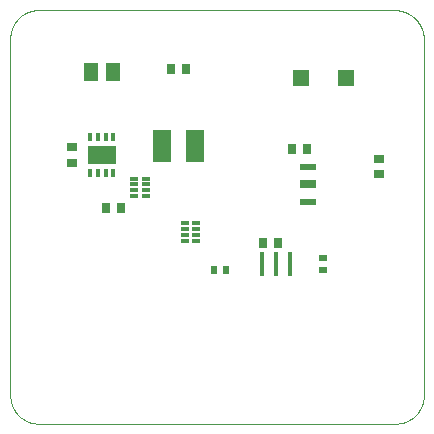
<source format=gbp>
G04 EAGLE Gerber RS-274X export*
G75*
%MOMM*%
%FSLAX35Y35*%
%LPD*%
%INsolder_paste_bottom*%
%IPPOS*%
%AMOC8*
5,1,8,0,0,1.08239X$1,22.5*%
G01*
%ADD10C,0.000000*%
%ADD11R,0.700000X0.900000*%
%ADD12R,0.900000X0.700000*%
%ADD13R,1.400000X1.400000*%
%ADD14R,2.400000X1.500000*%
%ADD15R,0.350000X0.650000*%
%ADD16R,1.600000X2.700000*%
%ADD17R,1.300000X1.500000*%
%ADD18R,0.400000X2.000000*%
%ADD19R,0.700000X0.600000*%
%ADD20R,0.600000X0.700000*%
%ADD21R,0.650000X0.300000*%
%ADD22R,1.400000X0.570000*%
%ADD23R,1.400000X0.650000*%


D10*
X250000Y0D02*
X3250000Y0D01*
X3500000Y225000D02*
X3500000Y3275000D01*
X3225000Y3500000D02*
X250000Y3500000D01*
X0Y3275000D02*
X0Y225000D01*
X0Y3275000D02*
X371Y3280735D01*
X881Y3286460D01*
X1529Y3292170D01*
X2315Y3297864D01*
X3238Y3303536D01*
X4298Y3309185D01*
X5494Y3314806D01*
X6826Y3320397D01*
X8292Y3325954D01*
X9892Y3331474D01*
X11626Y3336954D01*
X13491Y3342390D01*
X15487Y3347780D01*
X17612Y3353120D01*
X19866Y3358406D01*
X22247Y3363637D01*
X24754Y3368809D01*
X27385Y3373919D01*
X30138Y3378963D01*
X33013Y3383940D01*
X36007Y3388846D01*
X39119Y3393678D01*
X42347Y3398433D01*
X45688Y3403109D01*
X49142Y3407703D01*
X52706Y3412212D01*
X56377Y3416633D01*
X60154Y3420965D01*
X64035Y3425204D01*
X68018Y3429348D01*
X72099Y3433395D01*
X76276Y3437342D01*
X80548Y3441186D01*
X84912Y3444927D01*
X89365Y3448561D01*
X93904Y3452086D01*
X98527Y3455500D01*
X103231Y3458802D01*
X108014Y3461989D01*
X112872Y3465060D01*
X117803Y3468012D01*
X122804Y3470844D01*
X127872Y3473555D01*
X133003Y3476142D01*
X138196Y3478605D01*
X143447Y3480942D01*
X148753Y3483150D01*
X154111Y3485230D01*
X159517Y3487180D01*
X164969Y3488999D01*
X170463Y3490686D01*
X175997Y3492239D01*
X181566Y3493658D01*
X187168Y3494942D01*
X192799Y3496090D01*
X198457Y3497102D01*
X204137Y3497977D01*
X209837Y3498715D01*
X215553Y3499314D01*
X221281Y3499775D01*
X227020Y3500098D01*
X232764Y3500282D01*
X238511Y3500327D01*
X244257Y3500233D01*
X250000Y3500000D01*
X3225000Y3500000D02*
X3231143Y3500538D01*
X3237297Y3500926D01*
X3243459Y3501162D01*
X3249625Y3501247D01*
X3255791Y3501180D01*
X3261953Y3500962D01*
X3268109Y3500594D01*
X3274253Y3500074D01*
X3280383Y3499403D01*
X3286494Y3498582D01*
X3292584Y3497612D01*
X3298648Y3496492D01*
X3304682Y3495224D01*
X3310684Y3493808D01*
X3316649Y3492246D01*
X3322574Y3490537D01*
X3328455Y3488684D01*
X3334289Y3486686D01*
X3340072Y3484546D01*
X3345801Y3482265D01*
X3351472Y3479844D01*
X3357083Y3477285D01*
X3362628Y3474588D01*
X3368106Y3471757D01*
X3373512Y3468792D01*
X3378845Y3465694D01*
X3384099Y3462467D01*
X3389273Y3459113D01*
X3394363Y3455632D01*
X3399366Y3452027D01*
X3404279Y3448300D01*
X3409099Y3444454D01*
X3413823Y3440491D01*
X3418449Y3436414D01*
X3422973Y3432224D01*
X3427393Y3427924D01*
X3431706Y3423517D01*
X3435909Y3419005D01*
X3440001Y3414392D01*
X3443978Y3409679D01*
X3447839Y3404871D01*
X3451580Y3399969D01*
X3455199Y3394977D01*
X3458695Y3389897D01*
X3462066Y3384733D01*
X3465309Y3379489D01*
X3468422Y3374166D01*
X3471403Y3368768D01*
X3474251Y3363299D01*
X3476964Y3357761D01*
X3479540Y3352159D01*
X3481978Y3346495D01*
X3484276Y3340773D01*
X3486433Y3334996D01*
X3488448Y3329168D01*
X3490319Y3323292D01*
X3492045Y3317372D01*
X3493626Y3311412D01*
X3495060Y3305415D01*
X3496346Y3299384D01*
X3497484Y3293323D01*
X3498472Y3287237D01*
X3499311Y3281128D01*
X3500000Y3275000D01*
X3500000Y225000D02*
X3499629Y219265D01*
X3499119Y213540D01*
X3498471Y207830D01*
X3497685Y202136D01*
X3496762Y196464D01*
X3495702Y190815D01*
X3494506Y185194D01*
X3493174Y179603D01*
X3491708Y174046D01*
X3490108Y168526D01*
X3488374Y163046D01*
X3486509Y157610D01*
X3484513Y152220D01*
X3482388Y146880D01*
X3480134Y141594D01*
X3477753Y136363D01*
X3475246Y131191D01*
X3472615Y126081D01*
X3469862Y121037D01*
X3466987Y116060D01*
X3463993Y111154D01*
X3460881Y106322D01*
X3457653Y101567D01*
X3454312Y96891D01*
X3450858Y92297D01*
X3447294Y87788D01*
X3443623Y83367D01*
X3439846Y79035D01*
X3435965Y74796D01*
X3431982Y70652D01*
X3427901Y66605D01*
X3423724Y62658D01*
X3419452Y58814D01*
X3415088Y55073D01*
X3410635Y51439D01*
X3406096Y47914D01*
X3401473Y44500D01*
X3396769Y41198D01*
X3391986Y38011D01*
X3387128Y34940D01*
X3382197Y31988D01*
X3377196Y29156D01*
X3372128Y26445D01*
X3366997Y23858D01*
X3361804Y21395D01*
X3356553Y19058D01*
X3351247Y16850D01*
X3345889Y14770D01*
X3340483Y12820D01*
X3335031Y11001D01*
X3329537Y9314D01*
X3324003Y7761D01*
X3318434Y6342D01*
X3312832Y5058D01*
X3307201Y3910D01*
X3301543Y2898D01*
X3295863Y2023D01*
X3290163Y1285D01*
X3284447Y686D01*
X3278719Y225D01*
X3272980Y-98D01*
X3267236Y-282D01*
X3261489Y-327D01*
X3255743Y-233D01*
X3250000Y0D01*
X250000Y0D02*
X244257Y-233D01*
X238511Y-327D01*
X232764Y-282D01*
X227020Y-98D01*
X221281Y225D01*
X215553Y686D01*
X209837Y1285D01*
X204137Y2023D01*
X198457Y2898D01*
X192799Y3910D01*
X187168Y5058D01*
X181566Y6342D01*
X175997Y7761D01*
X170463Y9314D01*
X164969Y11001D01*
X159517Y12820D01*
X154111Y14770D01*
X148753Y16850D01*
X143447Y19058D01*
X138196Y21395D01*
X133003Y23858D01*
X127872Y26445D01*
X122804Y29156D01*
X117803Y31988D01*
X112872Y34940D01*
X108014Y38011D01*
X103231Y41198D01*
X98527Y44500D01*
X93904Y47914D01*
X89365Y51439D01*
X84912Y55073D01*
X80548Y58814D01*
X76276Y62658D01*
X72099Y66605D01*
X68018Y70652D01*
X64035Y74796D01*
X60154Y79035D01*
X56377Y83367D01*
X52706Y87788D01*
X49142Y92297D01*
X45688Y96891D01*
X42347Y101567D01*
X39119Y106322D01*
X36007Y111154D01*
X33013Y116060D01*
X30138Y121037D01*
X27385Y126081D01*
X24754Y131191D01*
X22247Y136363D01*
X19866Y141594D01*
X17612Y146880D01*
X15487Y152220D01*
X13491Y157610D01*
X11626Y163046D01*
X9892Y168526D01*
X8292Y174046D01*
X6826Y179603D01*
X5494Y185194D01*
X4298Y190815D01*
X3238Y196464D01*
X2315Y202136D01*
X1529Y207830D01*
X881Y213540D01*
X371Y219265D01*
X0Y225000D01*
X3225000Y3500000D02*
X3231143Y3500538D01*
X3237297Y3500926D01*
X3243459Y3501162D01*
X3249625Y3501247D01*
X3255791Y3501180D01*
X3261953Y3500962D01*
X3268109Y3500594D01*
X3274253Y3500074D01*
X3280383Y3499403D01*
X3286494Y3498582D01*
X3292584Y3497612D01*
X3298648Y3496492D01*
X3304682Y3495224D01*
X3310684Y3493808D01*
X3316649Y3492246D01*
X3322574Y3490537D01*
X3328455Y3488684D01*
X3334289Y3486686D01*
X3340072Y3484546D01*
X3345801Y3482265D01*
X3351472Y3479844D01*
X3357083Y3477285D01*
X3362628Y3474588D01*
X3368106Y3471757D01*
X3373512Y3468792D01*
X3378845Y3465694D01*
X3384099Y3462467D01*
X3389273Y3459113D01*
X3394363Y3455632D01*
X3399366Y3452027D01*
X3404279Y3448300D01*
X3409099Y3444454D01*
X3413823Y3440491D01*
X3418449Y3436414D01*
X3422973Y3432224D01*
X3427393Y3427924D01*
X3431706Y3423517D01*
X3435909Y3419005D01*
X3440001Y3414392D01*
X3443978Y3409679D01*
X3447839Y3404871D01*
X3451580Y3399969D01*
X3455199Y3394977D01*
X3458695Y3389897D01*
X3462066Y3384733D01*
X3465309Y3379489D01*
X3468422Y3374166D01*
X3471403Y3368768D01*
X3474251Y3363299D01*
X3476964Y3357761D01*
X3479540Y3352159D01*
X3481978Y3346495D01*
X3484276Y3340773D01*
X3486433Y3334996D01*
X3488448Y3329168D01*
X3490319Y3323292D01*
X3492045Y3317372D01*
X3493626Y3311412D01*
X3495060Y3305415D01*
X3496346Y3299384D01*
X3497484Y3293323D01*
X3498472Y3287237D01*
X3499311Y3281128D01*
X3500000Y3275000D01*
X3500000Y225000D02*
X3499629Y219265D01*
X3499119Y213540D01*
X3498471Y207830D01*
X3497685Y202136D01*
X3496762Y196464D01*
X3495702Y190815D01*
X3494506Y185194D01*
X3493174Y179603D01*
X3491708Y174046D01*
X3490108Y168526D01*
X3488374Y163046D01*
X3486509Y157610D01*
X3484513Y152220D01*
X3482388Y146880D01*
X3480134Y141594D01*
X3477753Y136363D01*
X3475246Y131191D01*
X3472615Y126081D01*
X3469862Y121037D01*
X3466987Y116060D01*
X3463993Y111154D01*
X3460881Y106322D01*
X3457653Y101567D01*
X3454312Y96891D01*
X3450858Y92297D01*
X3447294Y87788D01*
X3443623Y83367D01*
X3439846Y79035D01*
X3435965Y74796D01*
X3431982Y70652D01*
X3427901Y66605D01*
X3423724Y62658D01*
X3419452Y58814D01*
X3415088Y55073D01*
X3410635Y51439D01*
X3406096Y47914D01*
X3401473Y44500D01*
X3396769Y41198D01*
X3391986Y38011D01*
X3387128Y34940D01*
X3382197Y31988D01*
X3377196Y29156D01*
X3372128Y26445D01*
X3366997Y23858D01*
X3361804Y21395D01*
X3356553Y19058D01*
X3351247Y16850D01*
X3345889Y14770D01*
X3340483Y12820D01*
X3335031Y11001D01*
X3329537Y9314D01*
X3324003Y7761D01*
X3318434Y6342D01*
X3312832Y5058D01*
X3307201Y3910D01*
X3301543Y2898D01*
X3295863Y2023D01*
X3290163Y1285D01*
X3284447Y686D01*
X3278719Y225D01*
X3272980Y-98D01*
X3267236Y-282D01*
X3261489Y-327D01*
X3255743Y-233D01*
X3250000Y0D01*
X250000Y0D02*
X244257Y-233D01*
X238511Y-327D01*
X232764Y-282D01*
X227020Y-98D01*
X221281Y225D01*
X215553Y686D01*
X209837Y1285D01*
X204137Y2023D01*
X198457Y2898D01*
X192799Y3910D01*
X187168Y5058D01*
X181566Y6342D01*
X175997Y7761D01*
X170463Y9314D01*
X164969Y11001D01*
X159517Y12820D01*
X154111Y14770D01*
X148753Y16850D01*
X143447Y19058D01*
X138196Y21395D01*
X133003Y23858D01*
X127872Y26445D01*
X122804Y29156D01*
X117803Y31988D01*
X112872Y34940D01*
X108014Y38011D01*
X103231Y41198D01*
X98527Y44500D01*
X93904Y47914D01*
X89365Y51439D01*
X84912Y55073D01*
X80548Y58814D01*
X76276Y62658D01*
X72099Y66605D01*
X68018Y70652D01*
X64035Y74796D01*
X60154Y79035D01*
X56377Y83367D01*
X52706Y87788D01*
X49142Y92297D01*
X45688Y96891D01*
X42347Y101567D01*
X39119Y106322D01*
X36007Y111154D01*
X33013Y116060D01*
X30138Y121037D01*
X27385Y126081D01*
X24754Y131191D01*
X22247Y136363D01*
X19866Y141594D01*
X17612Y146880D01*
X15487Y152220D01*
X13491Y157610D01*
X11626Y163046D01*
X9892Y168526D01*
X8292Y174046D01*
X6826Y179603D01*
X5494Y185194D01*
X4298Y190815D01*
X3238Y196464D01*
X2315Y202136D01*
X1529Y207830D01*
X881Y213540D01*
X371Y219265D01*
X0Y225000D01*
D11*
X1360000Y3000000D03*
X1490000Y3000000D03*
D12*
X525000Y2210000D03*
X525000Y2340000D03*
D11*
X2135000Y1525000D03*
X2265000Y1525000D03*
X940000Y1825000D03*
X810000Y1825000D03*
D13*
X2460000Y2925000D03*
X2840000Y2925000D03*
D14*
X775000Y2275000D03*
D15*
X872500Y2120000D03*
X807500Y2120000D03*
X742500Y2120000D03*
X677500Y2120000D03*
X872500Y2430000D03*
X807500Y2430000D03*
X742500Y2430000D03*
X677500Y2430000D03*
D16*
X1565000Y2350000D03*
X1285000Y2350000D03*
D17*
X680000Y2975000D03*
X870000Y2975000D03*
D18*
X2370000Y1350000D03*
X2250000Y1350000D03*
X2130000Y1350000D03*
D19*
X2650000Y1400000D03*
X2650000Y1300000D03*
D12*
X3125000Y2110000D03*
X3125000Y2240000D03*
D11*
X2385000Y2325000D03*
X2515000Y2325000D03*
D20*
X1725000Y1300000D03*
X1825000Y1300000D03*
D21*
X1475000Y1550000D03*
X1475000Y1600000D03*
X1475000Y1650000D03*
X1475000Y1700000D03*
X1575000Y1700000D03*
X1575000Y1650000D03*
X1575000Y1600000D03*
X1575000Y1550000D03*
X1150000Y2075000D03*
X1150000Y2025000D03*
X1150000Y1975000D03*
X1150000Y1925000D03*
X1050000Y1925000D03*
X1050000Y1975000D03*
X1050000Y2025000D03*
X1050000Y2075000D03*
D22*
X2518500Y1875000D03*
X2518500Y2175000D03*
D23*
X2518500Y2025000D03*
M02*

</source>
